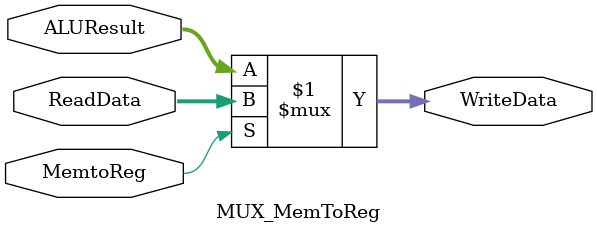
<source format=v>
module MUX_MemToReg(
    input wire [31:0] ALUResult,  // Resultado da ALU
    input wire [31:0] ReadData,   // Dado lido da memória
    input wire MemtoReg,          // Sinal de controle do multiplexador
    output wire [31:0] WriteData  // Dado a ser escrito no banco de registradores
);
    assign WriteData = (MemtoReg) ? ReadData : ALUResult;
endmodule

</source>
